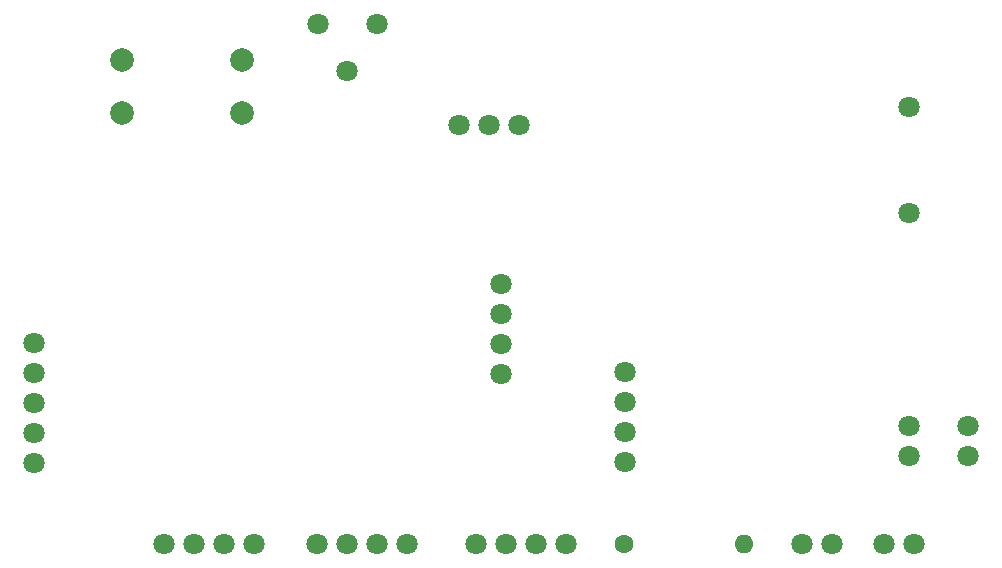
<source format=gbr>
%TF.GenerationSoftware,KiCad,Pcbnew,7.0.11+dfsg-1build4*%
%TF.CreationDate,2024-10-09T23:48:32+02:00*%
%TF.ProjectId,BertheVarioTac-Shema,42657274-6865-4566-9172-696f5461632d,rev?*%
%TF.SameCoordinates,Original*%
%TF.FileFunction,Soldermask,Top*%
%TF.FilePolarity,Negative*%
%FSLAX46Y46*%
G04 Gerber Fmt 4.6, Leading zero omitted, Abs format (unit mm)*
G04 Created by KiCad (PCBNEW 7.0.11+dfsg-1build4) date 2024-10-09 23:48:32*
%MOMM*%
%LPD*%
G01*
G04 APERTURE LIST*
%ADD10C,1.800000*%
%ADD11C,1.600000*%
%ADD12O,1.600000X1.600000*%
%ADD13C,2.000000*%
G04 APERTURE END LIST*
D10*
%TO.C,SW1*%
X168000000Y-130000000D03*
X168000000Y-132540000D03*
%TD*%
%TO.C,Usb-C-charger1*%
X168000000Y-103000000D03*
X168000000Y-112000000D03*
%TD*%
D11*
%TO.C,R1*%
X143880000Y-140000000D03*
D12*
X154040000Y-140000000D03*
%TD*%
D10*
%TO.C,CN1*%
X125500000Y-140000000D03*
X122960000Y-140000000D03*
X120420000Y-140000000D03*
X117880000Y-140000000D03*
%TD*%
D13*
%TO.C,R2*%
X111580000Y-99000000D03*
X101420000Y-99000000D03*
%TD*%
D10*
%TO.C,S1*%
X168500000Y-140000000D03*
X165960000Y-140000000D03*
%TD*%
%TO.C,P4*%
X161500000Y-140000000D03*
X158960000Y-140000000D03*
%TD*%
%TO.C,GPS-NEO6M1*%
X133500000Y-125620000D03*
X133500000Y-123080000D03*
X133500000Y-120540000D03*
X133500000Y-118000000D03*
%TD*%
D13*
%TO.C,R3*%
X111580000Y-103500000D03*
X101420000Y-103500000D03*
%TD*%
D10*
%TO.C,Lipo-1S-to-5V1*%
X135000000Y-104500000D03*
X132460000Y-104500000D03*
X129920000Y-104500000D03*
%TD*%
%TO.C,BT1*%
X173000000Y-132540000D03*
X173000000Y-130000000D03*
%TD*%
%TO.C,QMC5883_Mag1*%
X94000000Y-133160000D03*
X94000000Y-130620000D03*
X94000000Y-128080000D03*
X94000000Y-125540000D03*
X94000000Y-123000000D03*
%TD*%
%TO.C,P1*%
X139040000Y-140000000D03*
X136500000Y-140000000D03*
X133960000Y-140000000D03*
X131420000Y-140000000D03*
%TD*%
%TO.C,P5*%
X118000000Y-96000000D03*
X120500000Y-100000000D03*
X123000000Y-96000000D03*
%TD*%
%TO.C,BMP180_Press1*%
X144000000Y-125460000D03*
X144000000Y-128000000D03*
X144000000Y-130540000D03*
X144000000Y-133080000D03*
%TD*%
%TO.C,P3*%
X112580000Y-140000000D03*
X110040000Y-140000000D03*
X107500000Y-140000000D03*
X104960000Y-140000000D03*
%TD*%
M02*

</source>
